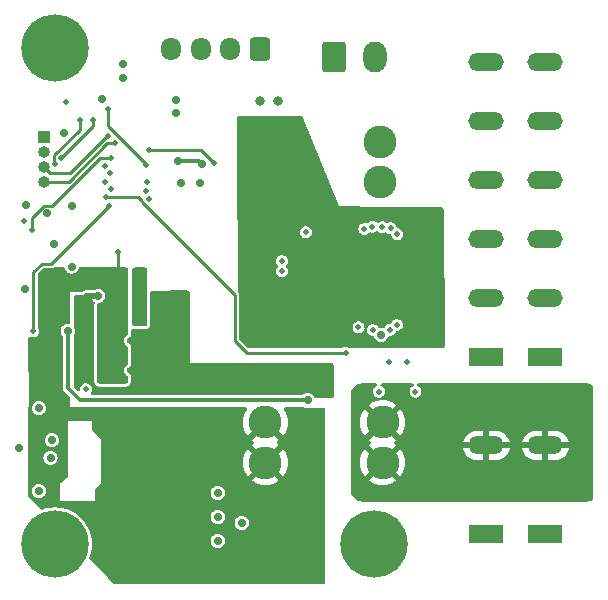
<source format=gbr>
%TF.GenerationSoftware,KiCad,Pcbnew,8.0.3*%
%TF.CreationDate,2024-06-13T00:54:22+02:00*%
%TF.ProjectId,pwm-ctrl,70776d2d-6374-4726-9c2e-6b696361645f,1*%
%TF.SameCoordinates,Original*%
%TF.FileFunction,Copper,L4,Bot*%
%TF.FilePolarity,Positive*%
%FSLAX46Y46*%
G04 Gerber Fmt 4.6, Leading zero omitted, Abs format (unit mm)*
G04 Created by KiCad (PCBNEW 8.0.3) date 2024-06-13 00:54:22*
%MOMM*%
%LPD*%
G01*
G04 APERTURE LIST*
G04 Aperture macros list*
%AMRoundRect*
0 Rectangle with rounded corners*
0 $1 Rounding radius*
0 $2 $3 $4 $5 $6 $7 $8 $9 X,Y pos of 4 corners*
0 Add a 4 corners polygon primitive as box body*
4,1,4,$2,$3,$4,$5,$6,$7,$8,$9,$2,$3,0*
0 Add four circle primitives for the rounded corners*
1,1,$1+$1,$2,$3*
1,1,$1+$1,$4,$5*
1,1,$1+$1,$6,$7*
1,1,$1+$1,$8,$9*
0 Add four rect primitives between the rounded corners*
20,1,$1+$1,$2,$3,$4,$5,0*
20,1,$1+$1,$4,$5,$6,$7,0*
20,1,$1+$1,$6,$7,$8,$9,0*
20,1,$1+$1,$8,$9,$2,$3,0*%
G04 Aperture macros list end*
%TA.AperFunction,EtchedComponent*%
%ADD10C,0.000000*%
%TD*%
%TA.AperFunction,ComponentPad*%
%ADD11C,3.600000*%
%TD*%
%TA.AperFunction,ConnectorPad*%
%ADD12C,5.700000*%
%TD*%
%TA.AperFunction,ComponentPad*%
%ADD13RoundRect,0.250000X0.600000X0.725000X-0.600000X0.725000X-0.600000X-0.725000X0.600000X-0.725000X0*%
%TD*%
%TA.AperFunction,ComponentPad*%
%ADD14O,1.700000X1.950000*%
%TD*%
%TA.AperFunction,ComponentPad*%
%ADD15C,2.780000*%
%TD*%
%TA.AperFunction,ComponentPad*%
%ADD16R,3.000000X1.500000*%
%TD*%
%TA.AperFunction,ComponentPad*%
%ADD17O,3.000000X1.500000*%
%TD*%
%TA.AperFunction,ComponentPad*%
%ADD18R,1.000000X1.000000*%
%TD*%
%TA.AperFunction,ComponentPad*%
%ADD19O,1.000000X1.000000*%
%TD*%
%TA.AperFunction,HeatsinkPad*%
%ADD20C,0.600000*%
%TD*%
%TA.AperFunction,HeatsinkPad*%
%ADD21R,4.200000X1.800000*%
%TD*%
%TA.AperFunction,ComponentPad*%
%ADD22RoundRect,0.250000X-0.750000X-1.050000X0.750000X-1.050000X0.750000X1.050000X-0.750000X1.050000X0*%
%TD*%
%TA.AperFunction,ComponentPad*%
%ADD23O,2.000000X2.600000*%
%TD*%
%TA.AperFunction,SMDPad,CuDef*%
%ADD24C,0.500000*%
%TD*%
%TA.AperFunction,ViaPad*%
%ADD25C,0.700000*%
%TD*%
%TA.AperFunction,ViaPad*%
%ADD26C,0.500000*%
%TD*%
%TA.AperFunction,ViaPad*%
%ADD27C,0.800000*%
%TD*%
%TA.AperFunction,Conductor*%
%ADD28C,0.350000*%
%TD*%
%TA.AperFunction,Conductor*%
%ADD29C,0.250000*%
%TD*%
G04 APERTURE END LIST*
D10*
%TA.AperFunction,EtchedComponent*%
%TO.C,NT1*%
G36*
X164642800Y-126843600D02*
G01*
X163642800Y-126843600D01*
X163642800Y-126343600D01*
X164642800Y-126343600D01*
X164642800Y-126843600D01*
G37*
%TD.AperFunction*%
%TD*%
D11*
%TO.P,H1,1,1*%
%TO.N,GNDPWR*%
X161000000Y-105600000D03*
D12*
X161000000Y-105600000D03*
%TD*%
D13*
%TO.P,J1,1,Pin_1*%
%TO.N,Net-(J1-Pin_1)*%
X178300000Y-105700000D03*
D14*
%TO.P,J1,2,Pin_2*%
%TO.N,GNDPWR*%
X175800000Y-105700000D03*
%TO.P,J1,3,Pin_3*%
%TO.N,/SCL*%
X173300000Y-105700000D03*
%TO.P,J1,4,Pin_4*%
%TO.N,/SDA*%
X170800000Y-105700000D03*
%TD*%
D15*
%TO.P,F3,1*%
%TO.N,VBAT*%
X188710000Y-140700000D03*
X188710000Y-137300000D03*
%TO.P,F3,2*%
%TO.N,VBAT_Fused*%
X178790000Y-140700000D03*
X178790000Y-137300000D03*
%TD*%
D16*
%TO.P,J4,1,Pin_1*%
%TO.N,/OUT0*%
X197500000Y-131750000D03*
X202500000Y-131750000D03*
D17*
%TO.P,J4,2,Pin_2*%
%TO.N,/OUT1*%
X197500000Y-126750000D03*
X202500000Y-126750000D03*
%TO.P,J4,3,Pin_3*%
%TO.N,/OUT2*%
X197500000Y-121750000D03*
X202500000Y-121750000D03*
%TO.P,J4,4,Pin_4*%
%TO.N,/OUT3*%
X197500000Y-116750000D03*
X202500000Y-116750000D03*
%TO.P,J4,5,Pin_5*%
%TO.N,GNDPWR*%
X197500000Y-111750000D03*
X202500000Y-111750000D03*
%TO.P,J4,6,Pin_6*%
%TO.N,VH_Fused*%
X197500000Y-106750000D03*
X202500000Y-106750000D03*
%TD*%
D16*
%TO.P,J5,1,Pin_1*%
%TO.N,GNDPWR*%
X197500000Y-146750000D03*
X202500000Y-146750000D03*
D17*
%TO.P,J5,2,Pin_2*%
%TO.N,VBAT*%
X197500000Y-139250000D03*
X202500000Y-139250000D03*
%TD*%
D18*
%TO.P,J3,1,Pin_1*%
%TO.N,GNDPWR*%
X160020000Y-113130000D03*
D19*
%TO.P,J3,2,Pin_2*%
%TO.N,/~{RST}*%
X160020000Y-114400000D03*
%TO.P,J3,3,Pin_3*%
%TO.N,/SWCLK*%
X160020000Y-115670000D03*
%TO.P,J3,4,Pin_4*%
%TO.N,/SWDIO*%
X160020000Y-116940000D03*
%TD*%
D11*
%TO.P,H3,1,1*%
%TO.N,GNDPWR*%
X188000000Y-147600000D03*
D12*
X188000000Y-147600000D03*
%TD*%
D20*
%TO.P,U5,17,VCC*%
%TO.N,VH*%
X186660000Y-125775000D03*
X187860000Y-125775000D03*
X189060000Y-125775000D03*
X190260000Y-125775000D03*
D21*
X188460000Y-125175000D03*
D20*
X186660000Y-124575000D03*
X187860000Y-124575000D03*
X189060000Y-124575000D03*
X190260000Y-124575000D03*
%TD*%
D11*
%TO.P,H2,1,1*%
%TO.N,GNDPWR*%
X161000000Y-147600000D03*
D12*
X161000000Y-147600000D03*
%TD*%
D22*
%TO.P,J2,1,Pin_1*%
%TO.N,/CAN+*%
X184600000Y-106400000D03*
D23*
%TO.P,J2,2,Pin_2*%
%TO.N,/CAN-*%
X188100000Y-106400000D03*
%TD*%
D15*
%TO.P,F2,1*%
%TO.N,VH*%
X178540000Y-113550000D03*
X178540000Y-116950000D03*
%TO.P,F2,2*%
%TO.N,VH_Fused*%
X188460000Y-113550000D03*
X188460000Y-116950000D03*
%TD*%
D24*
%TO.P,NT1,1,1*%
%TO.N,GNDPWR*%
X163642800Y-126593600D03*
%TO.P,NT1,2,2*%
%TO.N,GNDA*%
X164642800Y-126593600D03*
%TD*%
D25*
%TO.N,GNDA*%
X164639881Y-126581438D03*
X162400000Y-124100000D03*
%TO.N,GNDPWR*%
X158406000Y-126043247D03*
X188601702Y-129875000D03*
X176784000Y-145796000D03*
D26*
X181610000Y-133070000D03*
D25*
X174752000Y-143256000D03*
D26*
X169635000Y-126495000D03*
X172110000Y-130970000D03*
X167310000Y-130370000D03*
X169910000Y-129870000D03*
D25*
X159600000Y-143100000D03*
D26*
X171010000Y-130970000D03*
X169635000Y-127120000D03*
X172110000Y-129870000D03*
X163510000Y-131670000D03*
X169910000Y-130970000D03*
X171010000Y-129870000D03*
D27*
X179900000Y-110100000D03*
D26*
X158395000Y-120244458D03*
X172110000Y-128770000D03*
D25*
X159600000Y-136100000D03*
X171678600Y-117017800D03*
D26*
X176910000Y-133070000D03*
X191500000Y-134700000D03*
X169635000Y-127745000D03*
D25*
X160860001Y-122221836D03*
D26*
X172110000Y-133070000D03*
D25*
X157900000Y-139500000D03*
X174752000Y-147320000D03*
D27*
X178300000Y-110100000D03*
D25*
X161734761Y-112834761D03*
X160340000Y-119570000D03*
X174752000Y-145288000D03*
X165000000Y-109900000D03*
D26*
X167310000Y-132870000D03*
X171210000Y-128970000D03*
%TO.N,/LX*%
X168110000Y-126770000D03*
X168110000Y-127970000D03*
X168110000Y-125570000D03*
X168110000Y-126170000D03*
X168110000Y-127370000D03*
D25*
%TO.N,VH*%
X162052000Y-129540000D03*
X182372000Y-135382000D03*
D26*
%TO.N,/EN*%
X165700000Y-114900000D03*
X159020000Y-121010000D03*
%TO.N,/SWDIO*%
X166065200Y-113639600D03*
%TO.N,/CH2*%
X189921312Y-129050000D03*
X165600000Y-116200000D03*
%TO.N,/SCL*%
X164200000Y-111700000D03*
X161508000Y-114900000D03*
%TO.N,/CH4*%
X180200000Y-124500000D03*
X165700000Y-117500000D03*
X182225000Y-121200000D03*
X187857457Y-120725000D03*
%TO.N,/CH1*%
X165200000Y-115600000D03*
X187885215Y-129474514D03*
%TO.N,/SDA*%
X161000000Y-115400000D03*
X163087500Y-111700000D03*
%TO.N,/CAN_RX*%
X168902760Y-114195753D03*
X174447200Y-115316000D03*
%TO.N,/SWCLK*%
X165455600Y-113030000D03*
%TO.N,/CH3*%
X165207933Y-116925000D03*
X189957572Y-121352781D03*
X180188057Y-123628059D03*
%TO.N,VDD*%
X163600000Y-134500000D03*
D25*
X162400000Y-119000000D03*
X160700000Y-138800000D03*
D26*
X161900000Y-110200000D03*
D25*
X158500000Y-118890000D03*
X171196000Y-111074200D03*
X160600000Y-140300000D03*
X166751000Y-106984800D03*
D26*
X188400000Y-134700000D03*
D25*
X171356430Y-115185057D03*
X173448161Y-115429794D03*
X173228000Y-116992400D03*
X166751000Y-108178600D03*
X171196000Y-110032800D03*
D26*
%TO.N,Net-(U5-SEn)*%
X186675000Y-129252208D03*
X189300000Y-132200000D03*
%TO.N,/BATT_VOLTAGE*%
X168700000Y-115500000D03*
X159131000Y-129600000D03*
X165500000Y-110800000D03*
X165575000Y-118949121D03*
%TO.N,/SEL0*%
X189412195Y-120868645D03*
X168945209Y-118384400D03*
%TO.N,/SENSE*%
X185600000Y-131400000D03*
X165300000Y-118200000D03*
%TO.N,/SEL1*%
X187161972Y-120921977D03*
X168725000Y-117667454D03*
%TO.N,VBAT_Fused*%
X166810000Y-127370000D03*
X166810000Y-125570000D03*
X166810002Y-129145000D03*
D25*
X161290000Y-134620000D03*
D26*
X166210000Y-126770000D03*
X164910000Y-129170000D03*
X166210000Y-126170000D03*
X166810000Y-127970000D03*
X166210000Y-127370000D03*
X166210000Y-125570000D03*
X166310000Y-122870000D03*
D25*
X160909000Y-133476998D03*
D26*
X166810000Y-126170000D03*
X166810000Y-126770000D03*
X166210000Y-127970000D03*
X165910000Y-129170000D03*
%TO.N,Net-(U5-CS)*%
X188673477Y-120774239D03*
X190800000Y-132200000D03*
%TO.N,/FRST*%
X189346312Y-129465049D03*
X168808749Y-116922142D03*
%TD*%
D28*
%TO.N,VH*%
X163068000Y-135382000D02*
X182372000Y-135382000D01*
X162052000Y-129540000D02*
X162052000Y-134366000D01*
X162052000Y-134366000D02*
X163068000Y-135382000D01*
D29*
%TO.N,/EN*%
X160755000Y-118945000D02*
X160081116Y-118945000D01*
X159020000Y-120006116D02*
X159020000Y-121010000D01*
X165700000Y-114900000D02*
X164800000Y-114900000D01*
X160081116Y-118945000D02*
X159020000Y-120006116D01*
X164800000Y-114900000D02*
X160755000Y-118945000D01*
%TO.N,/SWDIO*%
X162123604Y-116940000D02*
X165424004Y-113639600D01*
X165424004Y-113639600D02*
X166065200Y-113639600D01*
X160020000Y-116940000D02*
X162123604Y-116940000D01*
%TO.N,/SCL*%
X164200000Y-112208000D02*
X164200000Y-111700000D01*
X161508000Y-114900000D02*
X164200000Y-112208000D01*
%TO.N,/SDA*%
X160933000Y-115333000D02*
X160933000Y-114661827D01*
X161000000Y-115400000D02*
X160933000Y-115333000D01*
X163100000Y-112500000D02*
X163100000Y-111712500D01*
X160933000Y-114661827D02*
X163094827Y-112500000D01*
X163100000Y-111712500D02*
X163087500Y-111700000D01*
X163094827Y-112500000D02*
X163100000Y-112500000D01*
%TO.N,/CAN_RX*%
X168902760Y-114195753D02*
X173326953Y-114195753D01*
X173326953Y-114195753D02*
X174447200Y-115316000D01*
%TO.N,/SWCLK*%
X162257209Y-116169999D02*
X165397208Y-113030000D01*
X160519999Y-116169999D02*
X162257209Y-116169999D01*
X160020000Y-115670000D02*
X160519999Y-116169999D01*
X165397208Y-113030000D02*
X165455600Y-113030000D01*
D28*
%TO.N,VDD*%
X173448161Y-115429794D02*
X173203424Y-115185057D01*
X173203424Y-115185057D02*
X171356430Y-115185057D01*
D29*
%TO.N,/BATT_VOLTAGE*%
X165500000Y-110800000D02*
X165500000Y-112200000D01*
X168700000Y-115400000D02*
X168700000Y-115500000D01*
X159850000Y-123850000D02*
X160674121Y-123850000D01*
X165500000Y-112200000D02*
X168700000Y-115400000D01*
X159131000Y-129600000D02*
X159131000Y-124569000D01*
X160674121Y-123850000D02*
X165575000Y-118949121D01*
X159131000Y-124569000D02*
X159850000Y-123850000D01*
%TO.N,/SENSE*%
X176200000Y-126523075D02*
X176200000Y-130400000D01*
X177200000Y-131400000D02*
X185600000Y-131400000D01*
X168320209Y-118643284D02*
X176200000Y-126523075D01*
X167986828Y-118200000D02*
X168320209Y-118533381D01*
X168320209Y-118533381D02*
X168320209Y-118643284D01*
X176200000Y-130400000D02*
X177200000Y-131400000D01*
X165300000Y-118200000D02*
X167986828Y-118200000D01*
%TO.N,VBAT_Fused*%
X166310000Y-125470000D02*
X166210000Y-125570000D01*
X166310000Y-122870000D02*
X166310000Y-125470000D01*
%TD*%
%TA.AperFunction,Conductor*%
%TO.N,GNDPWR*%
G36*
X172171031Y-126123335D02*
G01*
X172230718Y-126134994D01*
X172275580Y-126153421D01*
X172315833Y-126180174D01*
X172350195Y-126214400D01*
X172377106Y-126254546D01*
X172395711Y-126299339D01*
X172407605Y-126358981D01*
X172410000Y-126383232D01*
X172410000Y-132270000D01*
X184347789Y-132270000D01*
X184371980Y-132272383D01*
X184431480Y-132284218D01*
X184476175Y-132302730D01*
X184516272Y-132329522D01*
X184550477Y-132363727D01*
X184577267Y-132403822D01*
X184595781Y-132448517D01*
X184607617Y-132508022D01*
X184610000Y-132532210D01*
X184610000Y-135008238D01*
X184607623Y-135032403D01*
X184595813Y-135091843D01*
X184577337Y-135136501D01*
X184550603Y-135176568D01*
X184516460Y-135210771D01*
X184476445Y-135237572D01*
X184431820Y-135256126D01*
X184413964Y-135259706D01*
X184372398Y-135268040D01*
X184348247Y-135270459D01*
X183059783Y-135272724D01*
X182992711Y-135253158D01*
X182946863Y-135200435D01*
X182945016Y-135196200D01*
X182896536Y-135079159D01*
X182800282Y-134953718D01*
X182674841Y-134857464D01*
X182528762Y-134796956D01*
X182528760Y-134796955D01*
X182372001Y-134776318D01*
X182371999Y-134776318D01*
X182215239Y-134796955D01*
X182215237Y-134796956D01*
X182069157Y-134857464D01*
X181973485Y-134930876D01*
X181908315Y-134956070D01*
X181897999Y-134956500D01*
X164134693Y-134956500D01*
X164067654Y-134936815D01*
X164021899Y-134884011D01*
X164011955Y-134814853D01*
X164021899Y-134780988D01*
X164085165Y-134642456D01*
X164088388Y-134620037D01*
X164105647Y-134500000D01*
X164085165Y-134357543D01*
X164025377Y-134226627D01*
X163931128Y-134117857D01*
X163810053Y-134040047D01*
X163810051Y-134040046D01*
X163810049Y-134040045D01*
X163810050Y-134040045D01*
X163671963Y-133999500D01*
X163671961Y-133999500D01*
X163528039Y-133999500D01*
X163528036Y-133999500D01*
X163389949Y-134040045D01*
X163268873Y-134117856D01*
X163174623Y-134226626D01*
X163174622Y-134226628D01*
X163114834Y-134357543D01*
X163094353Y-134500000D01*
X163094353Y-134507243D01*
X163074668Y-134574282D01*
X163021864Y-134620037D01*
X162952706Y-134629981D01*
X162889150Y-134600956D01*
X162882672Y-134594924D01*
X162606319Y-134318571D01*
X162572834Y-134257248D01*
X162570000Y-134230890D01*
X162570000Y-129883284D01*
X162579438Y-129835833D01*
X162637044Y-129696762D01*
X162657123Y-129544249D01*
X162657682Y-129540001D01*
X162657682Y-129539998D01*
X162640090Y-129406372D01*
X162637044Y-129383238D01*
X162613500Y-129326398D01*
X162579439Y-129244166D01*
X162570000Y-129196714D01*
X162570000Y-126677000D01*
X162589685Y-126609961D01*
X162642489Y-126564206D01*
X162694000Y-126553000D01*
X163180487Y-126553000D01*
X163216849Y-126550399D01*
X163251784Y-126545376D01*
X163260790Y-126543917D01*
X163353558Y-126507416D01*
X163412334Y-126469642D01*
X163467290Y-126422023D01*
X163469027Y-126420017D01*
X163495705Y-126396897D01*
X163524982Y-126378082D01*
X163557084Y-126363423D01*
X163593859Y-126352625D01*
X163622709Y-126347751D01*
X163630497Y-126347369D01*
X163654689Y-126344986D01*
X163654987Y-126344941D01*
X163655142Y-126344930D01*
X163656173Y-126344803D01*
X163656177Y-126344839D01*
X163656205Y-126344837D01*
X163656206Y-126344851D01*
X163673178Y-126343600D01*
X163924116Y-126343600D01*
X163991155Y-126363285D01*
X164036910Y-126416089D01*
X164047055Y-126483785D01*
X164034199Y-126581436D01*
X164034199Y-126581439D01*
X164054836Y-126738198D01*
X164054837Y-126738200D01*
X164115345Y-126884279D01*
X164211599Y-127009720D01*
X164211600Y-127009721D01*
X164284176Y-127065410D01*
X164325379Y-127121838D01*
X164329534Y-127191584D01*
X164327550Y-127199117D01*
X164317527Y-127232834D01*
X164317525Y-127232844D01*
X164306934Y-127304795D01*
X164285378Y-133762556D01*
X164285378Y-133762567D01*
X164286530Y-133787682D01*
X164288843Y-133811926D01*
X164288846Y-133811952D01*
X164292448Y-133836750D01*
X164292452Y-133836773D01*
X164304140Y-133896446D01*
X164304141Y-133896450D01*
X164318582Y-133944525D01*
X164337022Y-133989357D01*
X164337024Y-133989363D01*
X164337603Y-133990452D01*
X164360583Y-134033681D01*
X164387339Y-134073905D01*
X164387344Y-134073911D01*
X164387346Y-134073914D01*
X164387348Y-134073918D01*
X164419105Y-134112762D01*
X164453331Y-134147104D01*
X164492081Y-134178999D01*
X164492088Y-134179004D01*
X164532221Y-134205893D01*
X164532234Y-134205900D01*
X164570916Y-134226628D01*
X164576465Y-134229601D01*
X164621242Y-134248192D01*
X164621244Y-134248192D01*
X164621245Y-134248193D01*
X164621251Y-134248195D01*
X164669255Y-134262789D01*
X164669265Y-134262792D01*
X164716536Y-134272215D01*
X164716536Y-134272214D01*
X164728869Y-134274674D01*
X164728880Y-134274675D01*
X164730336Y-134274966D01*
X164730366Y-134274971D01*
X164753476Y-134279578D01*
X164764947Y-134279478D01*
X164777975Y-134280764D01*
X164803074Y-134282000D01*
X164803092Y-134282000D01*
X166897776Y-134282000D01*
X166897789Y-134282000D01*
X166922839Y-134280769D01*
X166922848Y-134280768D01*
X166922850Y-134280768D01*
X166922850Y-134280767D01*
X166947028Y-134278386D01*
X166971827Y-134274707D01*
X166997706Y-134269559D01*
X166997705Y-134269558D01*
X167023537Y-134264420D01*
X167031325Y-134262872D01*
X167031326Y-134262871D01*
X167034304Y-134262279D01*
X167034310Y-134262278D01*
X167051347Y-134258889D01*
X167059957Y-134254186D01*
X167079257Y-134248332D01*
X167123954Y-134229818D01*
X167168133Y-134206203D01*
X167173925Y-134202333D01*
X167208219Y-134179418D01*
X167246932Y-134147647D01*
X167281144Y-134113436D01*
X167312804Y-134074892D01*
X167312809Y-134074885D01*
X167312921Y-134074718D01*
X167313034Y-134074548D01*
X167313253Y-134074222D01*
X167316922Y-134068729D01*
X167339712Y-134034620D01*
X167363316Y-133990459D01*
X167381831Y-133945762D01*
X167396371Y-133897830D01*
X167408207Y-133838330D01*
X167408210Y-133838312D01*
X167408213Y-133838295D01*
X167411884Y-133813540D01*
X167411887Y-133813514D01*
X167412041Y-133811952D01*
X167414269Y-133789334D01*
X167415500Y-133764289D01*
X167415500Y-133436256D01*
X167409661Y-133381944D01*
X167398455Y-133330432D01*
X167391219Y-133304057D01*
X167391216Y-133304051D01*
X167341894Y-133217436D01*
X167341890Y-133217431D01*
X167341888Y-133217427D01*
X167296133Y-133164623D01*
X167241167Y-133116996D01*
X167241162Y-133116992D01*
X167241160Y-133116991D01*
X167238080Y-133115012D01*
X167238073Y-133115007D01*
X167162909Y-133066702D01*
X167136233Y-133043588D01*
X167113445Y-133017288D01*
X167094367Y-132987601D01*
X167079913Y-132955953D01*
X167069969Y-132922091D01*
X167065016Y-132887638D01*
X167065016Y-132852359D01*
X167069969Y-132817904D01*
X167079913Y-132784043D01*
X167094365Y-132752399D01*
X167113440Y-132722714D01*
X167136238Y-132696404D01*
X167162902Y-132673300D01*
X167241172Y-132623001D01*
X167283707Y-132588723D01*
X167320983Y-132551446D01*
X167339257Y-132531103D01*
X167385465Y-132442768D01*
X167405150Y-132375729D01*
X167415500Y-132303744D01*
X167415500Y-130936256D01*
X167409661Y-130881944D01*
X167398455Y-130830432D01*
X167391219Y-130804057D01*
X167379242Y-130783024D01*
X167341894Y-130717436D01*
X167341890Y-130717431D01*
X167341888Y-130717427D01*
X167296133Y-130664623D01*
X167241167Y-130616996D01*
X167241162Y-130616992D01*
X167241160Y-130616991D01*
X167238080Y-130615012D01*
X167238073Y-130615007D01*
X167162909Y-130566702D01*
X167136233Y-130543588D01*
X167113445Y-130517288D01*
X167094367Y-130487601D01*
X167079913Y-130455953D01*
X167069969Y-130422091D01*
X167065016Y-130387638D01*
X167065016Y-130352359D01*
X167069969Y-130317904D01*
X167079913Y-130284043D01*
X167094365Y-130252399D01*
X167113440Y-130222714D01*
X167136238Y-130196404D01*
X167162902Y-130173300D01*
X167241172Y-130123001D01*
X167283707Y-130088723D01*
X167320983Y-130051446D01*
X167339257Y-130031103D01*
X167385465Y-129942768D01*
X167405150Y-129875729D01*
X167415500Y-129803744D01*
X167415500Y-129504824D01*
X167435185Y-129437785D01*
X167487989Y-129392030D01*
X167557147Y-129382086D01*
X167586954Y-129390263D01*
X167590741Y-129391832D01*
X167638670Y-129406371D01*
X167683341Y-129415257D01*
X167683345Y-129415258D01*
X167698176Y-129418208D01*
X167698180Y-129418208D01*
X167698198Y-129418212D01*
X167722972Y-129421886D01*
X167726354Y-129422219D01*
X167747164Y-129424269D01*
X167772211Y-129425500D01*
X167772224Y-129425500D01*
X168542776Y-129425500D01*
X168542789Y-129425500D01*
X168567839Y-129424269D01*
X168567848Y-129424268D01*
X168567850Y-129424268D01*
X168567850Y-129424267D01*
X168592028Y-129421886D01*
X168616827Y-129418207D01*
X168642706Y-129413059D01*
X168642705Y-129413058D01*
X168668537Y-129407920D01*
X168676325Y-129406372D01*
X168676326Y-129406371D01*
X168679304Y-129405779D01*
X168679310Y-129405778D01*
X168696347Y-129402389D01*
X168704957Y-129397686D01*
X168724257Y-129391832D01*
X168768954Y-129373318D01*
X168813133Y-129349703D01*
X168818925Y-129345833D01*
X168853219Y-129322918D01*
X168891932Y-129291147D01*
X168926144Y-129256936D01*
X168957923Y-129218214D01*
X168984709Y-129178125D01*
X169008318Y-129133954D01*
X169026832Y-129089257D01*
X169041371Y-129041330D01*
X169053207Y-128981830D01*
X169053210Y-128981812D01*
X169053211Y-128981808D01*
X169056884Y-128957040D01*
X169056887Y-128957014D01*
X169059269Y-128932834D01*
X169060500Y-128907789D01*
X169060500Y-126256701D01*
X169080185Y-126189662D01*
X169132989Y-126143907D01*
X169184007Y-126132702D01*
X172146773Y-126121036D01*
X172171031Y-126123335D01*
G37*
%TD.AperFunction*%
%TD*%
%TA.AperFunction,Conductor*%
%TO.N,/LX*%
G36*
X168566980Y-124172383D02*
G01*
X168626480Y-124184218D01*
X168671175Y-124202730D01*
X168711272Y-124229522D01*
X168745477Y-124263727D01*
X168772267Y-124303822D01*
X168790781Y-124348517D01*
X168794542Y-124367427D01*
X168802617Y-124408019D01*
X168805000Y-124432210D01*
X168805000Y-128907789D01*
X168802617Y-128931982D01*
X168790781Y-128991482D01*
X168772267Y-129036179D01*
X168745481Y-129076268D01*
X168711269Y-129110479D01*
X168676975Y-129133394D01*
X168671179Y-129137267D01*
X168626482Y-129155781D01*
X168592857Y-129162469D01*
X168566978Y-129167617D01*
X168542789Y-129170000D01*
X167772211Y-129170000D01*
X167748020Y-129167617D01*
X167733189Y-129164667D01*
X167688518Y-129155781D01*
X167643822Y-129137267D01*
X167603727Y-129110477D01*
X167569522Y-129076272D01*
X167542730Y-129036175D01*
X167524218Y-128991480D01*
X167512383Y-128931980D01*
X167510000Y-128907789D01*
X167510000Y-124432210D01*
X167512383Y-124408019D01*
X167524218Y-124348517D01*
X167542729Y-124303826D01*
X167569524Y-124263724D01*
X167603724Y-124229524D01*
X167643826Y-124202729D01*
X167688514Y-124184219D01*
X167748028Y-124172381D01*
X167772211Y-124170000D01*
X168542789Y-124170000D01*
X168566980Y-124172383D01*
G37*
%TD.AperFunction*%
%TD*%
%TA.AperFunction,Conductor*%
%TO.N,VBAT_Fused*%
G36*
X161756101Y-124146185D02*
G01*
X161801856Y-124198989D01*
X161812001Y-124234315D01*
X161814955Y-124256760D01*
X161814956Y-124256762D01*
X161832316Y-124298674D01*
X161875464Y-124402841D01*
X161971718Y-124528282D01*
X162097159Y-124624536D01*
X162243238Y-124685044D01*
X162321619Y-124695363D01*
X162399999Y-124705682D01*
X162400000Y-124705682D01*
X162400001Y-124705682D01*
X162452254Y-124698802D01*
X162556762Y-124685044D01*
X162702841Y-124624536D01*
X162828282Y-124528282D01*
X162924536Y-124402841D01*
X162985044Y-124256762D01*
X162987999Y-124234314D01*
X163016265Y-124170418D01*
X163074590Y-124131947D01*
X163110938Y-124126500D01*
X166897789Y-124126500D01*
X166921980Y-124128883D01*
X166981480Y-124140718D01*
X167026175Y-124159230D01*
X167066272Y-124186022D01*
X167100477Y-124220227D01*
X167127267Y-124260322D01*
X167145781Y-124305017D01*
X167157617Y-124364522D01*
X167160000Y-124388710D01*
X167160000Y-129803744D01*
X167140315Y-129870783D01*
X167103039Y-129908060D01*
X166978873Y-129987856D01*
X166884623Y-130096626D01*
X166884622Y-130096628D01*
X166824834Y-130227543D01*
X166804353Y-130370000D01*
X166824834Y-130512456D01*
X166884622Y-130643371D01*
X166884623Y-130643373D01*
X166978872Y-130752143D01*
X167099947Y-130829953D01*
X167103039Y-130831940D01*
X167148794Y-130884744D01*
X167160000Y-130936256D01*
X167160000Y-132303744D01*
X167140315Y-132370783D01*
X167103039Y-132408060D01*
X166978873Y-132487856D01*
X166884623Y-132596626D01*
X166884622Y-132596628D01*
X166824834Y-132727543D01*
X166804353Y-132870000D01*
X166824834Y-133012456D01*
X166884622Y-133143371D01*
X166884623Y-133143373D01*
X166978872Y-133252143D01*
X167099947Y-133329953D01*
X167103039Y-133331940D01*
X167148794Y-133384744D01*
X167160000Y-133436256D01*
X167160000Y-133764289D01*
X167157617Y-133788482D01*
X167145781Y-133847982D01*
X167127266Y-133892679D01*
X167100728Y-133932399D01*
X167100481Y-133932768D01*
X167066269Y-133966979D01*
X167031975Y-133989894D01*
X167026179Y-133993767D01*
X166981482Y-134012281D01*
X166947857Y-134018969D01*
X166921978Y-134024117D01*
X166897789Y-134026500D01*
X164803074Y-134026500D01*
X164778832Y-134024107D01*
X164766485Y-134021645D01*
X164719214Y-134012222D01*
X164674437Y-133993631D01*
X164634299Y-133966739D01*
X164600074Y-133932399D01*
X164573318Y-133892175D01*
X164554876Y-133847335D01*
X164543189Y-133787671D01*
X164540877Y-133763429D01*
X164562434Y-127305643D01*
X164582342Y-127238674D01*
X164635298Y-127193095D01*
X164670247Y-127183122D01*
X164796643Y-127166482D01*
X164942722Y-127105974D01*
X165068163Y-127009720D01*
X165164417Y-126884279D01*
X165224925Y-126738200D01*
X165245563Y-126581438D01*
X165243765Y-126567783D01*
X165224925Y-126424677D01*
X165224925Y-126424676D01*
X165164417Y-126278597D01*
X165068163Y-126153156D01*
X164942722Y-126056902D01*
X164796643Y-125996394D01*
X164796641Y-125996393D01*
X164639882Y-125975756D01*
X164639880Y-125975756D01*
X164483120Y-125996393D01*
X164483115Y-125996395D01*
X164337044Y-126056899D01*
X164337038Y-126056902D01*
X164329777Y-126062475D01*
X164264608Y-126087670D01*
X164254290Y-126088100D01*
X163642799Y-126088100D01*
X163629643Y-126090717D01*
X163605451Y-126093100D01*
X163570836Y-126093100D01*
X163432749Y-126133645D01*
X163311673Y-126211456D01*
X163311672Y-126211456D01*
X163311672Y-126211457D01*
X163274198Y-126254703D01*
X163215422Y-126292477D01*
X163180487Y-126297500D01*
X162499491Y-126297500D01*
X162499487Y-126297500D01*
X162249429Y-126297500D01*
X162249564Y-126884277D01*
X162250009Y-128818963D01*
X162230340Y-128886007D01*
X162177546Y-128931774D01*
X162109825Y-128941930D01*
X162052003Y-128934318D01*
X162051999Y-128934318D01*
X161895239Y-128954955D01*
X161895237Y-128954956D01*
X161749160Y-129015463D01*
X161623718Y-129111718D01*
X161527463Y-129237160D01*
X161466956Y-129383237D01*
X161466955Y-129383239D01*
X161446318Y-129539998D01*
X161446318Y-129540001D01*
X161466955Y-129696760D01*
X161466956Y-129696762D01*
X161485883Y-129742457D01*
X161527464Y-129842841D01*
X161600877Y-129938515D01*
X161626070Y-130003681D01*
X161626500Y-130013999D01*
X161626500Y-134309982D01*
X161626500Y-134422018D01*
X161655497Y-134530237D01*
X161711515Y-134627263D01*
X161711517Y-134627265D01*
X162215163Y-135130911D01*
X162248648Y-135192234D01*
X162251482Y-135218563D01*
X162251606Y-135756125D01*
X162251606Y-135756129D01*
X162251607Y-135756134D01*
X162251930Y-137160000D01*
X162052000Y-137160000D01*
X162052000Y-137462500D01*
X158744258Y-137462500D01*
X158739763Y-136099998D01*
X158994318Y-136099998D01*
X158994318Y-136100001D01*
X159014955Y-136256760D01*
X159014956Y-136256762D01*
X159075464Y-136402841D01*
X159171718Y-136528282D01*
X159297159Y-136624536D01*
X159443238Y-136685044D01*
X159521619Y-136695363D01*
X159599999Y-136705682D01*
X159600000Y-136705682D01*
X159600001Y-136705682D01*
X159652254Y-136698802D01*
X159756762Y-136685044D01*
X159902841Y-136624536D01*
X160028282Y-136528282D01*
X160124536Y-136402841D01*
X160185044Y-136256762D01*
X160205682Y-136100000D01*
X160185044Y-135943238D01*
X160124536Y-135797159D01*
X160028282Y-135671718D01*
X159902841Y-135575464D01*
X159756762Y-135514956D01*
X159756760Y-135514955D01*
X159600001Y-135494318D01*
X159599999Y-135494318D01*
X159443239Y-135514955D01*
X159443237Y-135514956D01*
X159297160Y-135575463D01*
X159171718Y-135671718D01*
X159075463Y-135797160D01*
X159014956Y-135943237D01*
X159014955Y-135943239D01*
X158994318Y-136099998D01*
X158739763Y-136099998D01*
X158739211Y-135932733D01*
X158720159Y-130158409D01*
X158739622Y-130091308D01*
X158792275Y-130045379D01*
X158861400Y-130035208D01*
X158911197Y-130053687D01*
X158920949Y-130059954D01*
X159059036Y-130100499D01*
X159059038Y-130100500D01*
X159059039Y-130100500D01*
X159202962Y-130100500D01*
X159202962Y-130100499D01*
X159341053Y-130059953D01*
X159462128Y-129982143D01*
X159556377Y-129873373D01*
X159616165Y-129742457D01*
X159636647Y-129600000D01*
X159616165Y-129457543D01*
X159556377Y-129326627D01*
X159536785Y-129304016D01*
X159507762Y-129240460D01*
X159506500Y-129222815D01*
X159506500Y-124775899D01*
X159526185Y-124708860D01*
X159542819Y-124688218D01*
X159969218Y-124261819D01*
X160030541Y-124228334D01*
X160056899Y-124225500D01*
X160723555Y-124225500D01*
X160723557Y-124225500D01*
X160796170Y-124206043D01*
X160819059Y-124199910D01*
X160904683Y-124150475D01*
X160904684Y-124150473D01*
X160911721Y-124146411D01*
X160912741Y-124148178D01*
X160967701Y-124126930D01*
X160978019Y-124126500D01*
X161689062Y-124126500D01*
X161756101Y-124146185D01*
G37*
%TD.AperFunction*%
%TD*%
%TA.AperFunction,Conductor*%
%TO.N,VBAT_Fused*%
G36*
X158744258Y-137462500D02*
G01*
X162052000Y-137462500D01*
X162052000Y-141924777D01*
X162032315Y-141991816D01*
X162003393Y-142023224D01*
X161480595Y-142423595D01*
X161420000Y-142470000D01*
X161420000Y-143930000D01*
X164379999Y-143930000D01*
X164380000Y-143930000D01*
X164349496Y-143255998D01*
X174146318Y-143255998D01*
X174146318Y-143256001D01*
X174166955Y-143412760D01*
X174166956Y-143412762D01*
X174214805Y-143528281D01*
X174227464Y-143558841D01*
X174323718Y-143684282D01*
X174449159Y-143780536D01*
X174595238Y-143841044D01*
X174673619Y-143851363D01*
X174751999Y-143861682D01*
X174752000Y-143861682D01*
X174752001Y-143861682D01*
X174804254Y-143854802D01*
X174908762Y-143841044D01*
X175054841Y-143780536D01*
X175180282Y-143684282D01*
X175276536Y-143558841D01*
X175337044Y-143412762D01*
X175357682Y-143256000D01*
X175337044Y-143099238D01*
X175276536Y-142953159D01*
X175180282Y-142827718D01*
X175054841Y-142731464D01*
X174908762Y-142670956D01*
X174908760Y-142670955D01*
X174752001Y-142650318D01*
X174751999Y-142650318D01*
X174595239Y-142670955D01*
X174595237Y-142670956D01*
X174449160Y-142731463D01*
X174323718Y-142827718D01*
X174227463Y-142953160D01*
X174166956Y-143099237D01*
X174166955Y-143099239D01*
X174146318Y-143255998D01*
X164349496Y-143255998D01*
X164340472Y-143056621D01*
X164357105Y-142988761D01*
X164376660Y-142963339D01*
X164846000Y-142494000D01*
X164846000Y-138684000D01*
X164120319Y-137958319D01*
X164086834Y-137896996D01*
X164084000Y-137870638D01*
X164084000Y-137160000D01*
X162251930Y-137160000D01*
X162251664Y-136005679D01*
X177132804Y-136029312D01*
X177199807Y-136049102D01*
X177245478Y-136101979D01*
X177255312Y-136171153D01*
X177231870Y-136227621D01*
X177195965Y-136275584D01*
X177066406Y-136512854D01*
X177066404Y-136512858D01*
X176971924Y-136766169D01*
X176914460Y-137030329D01*
X176914459Y-137030336D01*
X176895172Y-137299998D01*
X176895172Y-137300001D01*
X176914459Y-137569663D01*
X176914460Y-137569670D01*
X176971924Y-137833830D01*
X177066404Y-138087141D01*
X177066406Y-138087145D01*
X177195965Y-138324415D01*
X177195970Y-138324423D01*
X177288464Y-138447980D01*
X177288465Y-138447981D01*
X178006732Y-137729713D01*
X178098692Y-137867342D01*
X178222658Y-137991308D01*
X178360285Y-138083266D01*
X177642017Y-138801533D01*
X177765577Y-138894029D01*
X177768158Y-138895688D01*
X177768831Y-138896465D01*
X177769125Y-138896685D01*
X177769077Y-138896748D01*
X177813909Y-138948495D01*
X177823849Y-139017654D01*
X177794820Y-139081208D01*
X177768158Y-139104312D01*
X177765570Y-139105975D01*
X177642017Y-139198464D01*
X178360285Y-139916732D01*
X178222658Y-140008692D01*
X178098692Y-140132658D01*
X178006732Y-140270285D01*
X177288464Y-139552017D01*
X177195970Y-139675576D01*
X177195965Y-139675584D01*
X177066406Y-139912854D01*
X177066404Y-139912858D01*
X176971924Y-140166169D01*
X176914460Y-140430329D01*
X176914459Y-140430336D01*
X176895172Y-140699998D01*
X176895172Y-140700001D01*
X176914459Y-140969663D01*
X176914460Y-140969670D01*
X176971924Y-141233830D01*
X177066404Y-141487141D01*
X177066406Y-141487145D01*
X177195965Y-141724415D01*
X177195970Y-141724423D01*
X177288464Y-141847980D01*
X177288465Y-141847981D01*
X178006732Y-141129714D01*
X178098692Y-141267342D01*
X178222658Y-141391308D01*
X178360285Y-141483266D01*
X177642017Y-142201533D01*
X177765583Y-142294033D01*
X177765584Y-142294034D01*
X178002854Y-142423593D01*
X178002858Y-142423595D01*
X178256169Y-142518075D01*
X178520329Y-142575539D01*
X178520336Y-142575540D01*
X178789999Y-142594828D01*
X178790001Y-142594828D01*
X179059663Y-142575540D01*
X179059670Y-142575539D01*
X179323830Y-142518075D01*
X179577141Y-142423595D01*
X179577145Y-142423593D01*
X179814424Y-142294029D01*
X179937980Y-142201534D01*
X179937981Y-142201533D01*
X179219714Y-141483267D01*
X179357342Y-141391308D01*
X179481308Y-141267342D01*
X179573267Y-141129714D01*
X180291533Y-141847981D01*
X180291534Y-141847980D01*
X180384029Y-141724424D01*
X180513593Y-141487145D01*
X180513595Y-141487141D01*
X180608075Y-141233830D01*
X180665539Y-140969670D01*
X180665540Y-140969663D01*
X180684828Y-140700001D01*
X180684828Y-140699998D01*
X180665540Y-140430336D01*
X180665539Y-140430329D01*
X180608075Y-140166169D01*
X180513595Y-139912858D01*
X180513593Y-139912854D01*
X180384034Y-139675584D01*
X180384033Y-139675583D01*
X180291533Y-139552017D01*
X179573266Y-140270284D01*
X179481308Y-140132658D01*
X179357342Y-140008692D01*
X179219714Y-139916732D01*
X179937981Y-139198465D01*
X179937980Y-139198464D01*
X179814422Y-139105969D01*
X179811849Y-139104316D01*
X179811176Y-139103539D01*
X179810876Y-139103315D01*
X179810924Y-139103249D01*
X179766093Y-139051513D01*
X179756149Y-138982355D01*
X179785173Y-138918799D01*
X179811849Y-138895684D01*
X179814414Y-138894035D01*
X179937981Y-138801533D01*
X179219714Y-138083267D01*
X179357342Y-137991308D01*
X179481308Y-137867342D01*
X179573266Y-137729714D01*
X180291533Y-138447981D01*
X180291534Y-138447980D01*
X180384029Y-138324424D01*
X180513593Y-138087145D01*
X180513595Y-138087141D01*
X180608075Y-137833830D01*
X180665539Y-137569670D01*
X180665540Y-137569663D01*
X180684828Y-137300001D01*
X180684828Y-137299998D01*
X180665540Y-137030336D01*
X180665539Y-137030329D01*
X180608075Y-136766169D01*
X180513595Y-136512858D01*
X180513593Y-136512854D01*
X180384034Y-136275584D01*
X180384033Y-136275583D01*
X180352076Y-136232893D01*
X180327659Y-136167428D01*
X180342511Y-136099155D01*
X180391916Y-136049750D01*
X180451535Y-136034583D01*
X183738698Y-136039803D01*
X183805705Y-136059594D01*
X183851376Y-136112471D01*
X183862500Y-136163803D01*
X183862500Y-150876000D01*
X183842815Y-150943039D01*
X183790011Y-150988794D01*
X183738500Y-151000000D01*
X166052222Y-151000000D01*
X165985183Y-150980315D01*
X165963512Y-150962640D01*
X165508020Y-150496266D01*
X163913798Y-148863957D01*
X163881041Y-148802246D01*
X163886848Y-148732618D01*
X163887899Y-148729990D01*
X163931121Y-148625644D01*
X164027527Y-148291013D01*
X164085859Y-147947693D01*
X164105385Y-147600000D01*
X164089660Y-147319998D01*
X174146318Y-147319998D01*
X174146318Y-147320001D01*
X174166955Y-147476760D01*
X174166956Y-147476762D01*
X174227464Y-147622841D01*
X174323718Y-147748282D01*
X174449159Y-147844536D01*
X174595238Y-147905044D01*
X174673619Y-147915363D01*
X174751999Y-147925682D01*
X174752000Y-147925682D01*
X174752001Y-147925682D01*
X174804254Y-147918802D01*
X174908762Y-147905044D01*
X175054841Y-147844536D01*
X175180282Y-147748282D01*
X175276536Y-147622841D01*
X175337044Y-147476762D01*
X175357682Y-147320000D01*
X175337044Y-147163238D01*
X175276536Y-147017159D01*
X175180282Y-146891718D01*
X175054841Y-146795464D01*
X174908762Y-146734956D01*
X174908760Y-146734955D01*
X174752001Y-146714318D01*
X174751999Y-146714318D01*
X174595239Y-146734955D01*
X174595237Y-146734956D01*
X174449160Y-146795463D01*
X174323718Y-146891718D01*
X174227463Y-147017160D01*
X174166956Y-147163237D01*
X174166955Y-147163239D01*
X174146318Y-147319998D01*
X164089660Y-147319998D01*
X164085859Y-147252307D01*
X164027527Y-146908987D01*
X163931121Y-146574356D01*
X163797855Y-146252624D01*
X163629405Y-145947836D01*
X163427888Y-145663824D01*
X163195839Y-145404161D01*
X163065853Y-145287998D01*
X174146318Y-145287998D01*
X174146318Y-145288001D01*
X174166955Y-145444760D01*
X174166956Y-145444762D01*
X174227464Y-145590841D01*
X174323718Y-145716282D01*
X174449159Y-145812536D01*
X174595238Y-145873044D01*
X174673619Y-145883363D01*
X174751999Y-145893682D01*
X174752000Y-145893682D01*
X174752001Y-145893682D01*
X174804254Y-145886802D01*
X174908762Y-145873044D01*
X175054841Y-145812536D01*
X175076394Y-145795998D01*
X176178318Y-145795998D01*
X176178318Y-145796001D01*
X176198955Y-145952760D01*
X176198956Y-145952762D01*
X176259464Y-146098841D01*
X176355718Y-146224282D01*
X176481159Y-146320536D01*
X176627238Y-146381044D01*
X176705619Y-146391363D01*
X176783999Y-146401682D01*
X176784000Y-146401682D01*
X176784001Y-146401682D01*
X176836254Y-146394802D01*
X176940762Y-146381044D01*
X177086841Y-146320536D01*
X177212282Y-146224282D01*
X177308536Y-146098841D01*
X177369044Y-145952762D01*
X177389682Y-145796000D01*
X177369044Y-145639238D01*
X177308536Y-145493159D01*
X177212282Y-145367718D01*
X177086841Y-145271464D01*
X176940762Y-145210956D01*
X176940760Y-145210955D01*
X176784001Y-145190318D01*
X176783999Y-145190318D01*
X176627239Y-145210955D01*
X176627237Y-145210956D01*
X176481160Y-145271463D01*
X176355718Y-145367718D01*
X176259463Y-145493160D01*
X176198956Y-145639237D01*
X176198955Y-145639239D01*
X176178318Y-145795998D01*
X175076394Y-145795998D01*
X175180282Y-145716282D01*
X175276536Y-145590841D01*
X175337044Y-145444762D01*
X175357682Y-145288000D01*
X175337044Y-145131238D01*
X175276536Y-144985159D01*
X175180282Y-144859718D01*
X175054841Y-144763464D01*
X174908762Y-144702956D01*
X174908760Y-144702955D01*
X174752001Y-144682318D01*
X174751999Y-144682318D01*
X174595239Y-144702955D01*
X174595237Y-144702956D01*
X174449160Y-144763463D01*
X174323718Y-144859718D01*
X174227463Y-144985160D01*
X174166956Y-145131237D01*
X174166955Y-145131239D01*
X174146318Y-145287998D01*
X163065853Y-145287998D01*
X162936176Y-145172112D01*
X162652164Y-144970595D01*
X162347376Y-144802145D01*
X162025644Y-144668879D01*
X161858328Y-144620676D01*
X161691017Y-144572474D01*
X161691009Y-144572472D01*
X161347700Y-144514142D01*
X161347688Y-144514140D01*
X161000000Y-144494615D01*
X160652311Y-144514140D01*
X160652299Y-144514142D01*
X160308990Y-144572472D01*
X160308982Y-144572474D01*
X159974355Y-144668879D01*
X159939568Y-144683288D01*
X159870099Y-144690756D01*
X159807620Y-144659480D01*
X159803407Y-144655366D01*
X159722449Y-144572474D01*
X158710290Y-143536133D01*
X158677531Y-143474419D01*
X158675000Y-143449493D01*
X158675000Y-143099998D01*
X158994318Y-143099998D01*
X158994318Y-143100001D01*
X159014955Y-143256760D01*
X159014956Y-143256762D01*
X159075464Y-143402841D01*
X159171718Y-143528282D01*
X159297159Y-143624536D01*
X159443238Y-143685044D01*
X159521619Y-143695363D01*
X159599999Y-143705682D01*
X159600000Y-143705682D01*
X159600001Y-143705682D01*
X159652254Y-143698802D01*
X159756762Y-143685044D01*
X159902841Y-143624536D01*
X160028282Y-143528282D01*
X160124536Y-143402841D01*
X160185044Y-143256762D01*
X160205682Y-143100000D01*
X160185044Y-142943238D01*
X160124536Y-142797159D01*
X160028282Y-142671718D01*
X159902841Y-142575464D01*
X159756762Y-142514956D01*
X159756760Y-142514955D01*
X159600001Y-142494318D01*
X159599999Y-142494318D01*
X159443239Y-142514955D01*
X159443237Y-142514956D01*
X159297160Y-142575463D01*
X159171718Y-142671718D01*
X159075463Y-142797160D01*
X159014956Y-142943237D01*
X159014955Y-142943239D01*
X158994318Y-143099998D01*
X158675000Y-143099998D01*
X158675000Y-140299998D01*
X159994318Y-140299998D01*
X159994318Y-140300001D01*
X160014955Y-140456760D01*
X160014956Y-140456762D01*
X160075464Y-140602841D01*
X160171718Y-140728282D01*
X160297159Y-140824536D01*
X160443238Y-140885044D01*
X160521619Y-140895363D01*
X160599999Y-140905682D01*
X160600000Y-140905682D01*
X160600001Y-140905682D01*
X160652254Y-140898802D01*
X160756762Y-140885044D01*
X160902841Y-140824536D01*
X161028282Y-140728282D01*
X161124536Y-140602841D01*
X161185044Y-140456762D01*
X161205682Y-140300000D01*
X161185044Y-140143238D01*
X161124536Y-139997159D01*
X161028282Y-139871718D01*
X160902841Y-139775464D01*
X160756762Y-139714956D01*
X160756760Y-139714955D01*
X160600001Y-139694318D01*
X160599999Y-139694318D01*
X160443239Y-139714955D01*
X160443237Y-139714956D01*
X160297160Y-139775463D01*
X160171718Y-139871718D01*
X160075463Y-139997160D01*
X160014956Y-140143237D01*
X160014955Y-140143239D01*
X159994318Y-140299998D01*
X158675000Y-140299998D01*
X158675000Y-138799998D01*
X160094318Y-138799998D01*
X160094318Y-138800001D01*
X160114955Y-138956760D01*
X160114956Y-138956762D01*
X160175464Y-139102841D01*
X160271718Y-139228282D01*
X160397159Y-139324536D01*
X160543238Y-139385044D01*
X160621619Y-139395363D01*
X160699999Y-139405682D01*
X160700000Y-139405682D01*
X160700001Y-139405682D01*
X160752254Y-139398802D01*
X160856762Y-139385044D01*
X161002841Y-139324536D01*
X161128282Y-139228282D01*
X161224536Y-139102841D01*
X161285044Y-138956762D01*
X161305682Y-138800000D01*
X161285044Y-138643238D01*
X161224536Y-138497159D01*
X161128282Y-138371718D01*
X161002841Y-138275464D01*
X160856762Y-138214956D01*
X160856760Y-138214955D01*
X160700001Y-138194318D01*
X160699999Y-138194318D01*
X160543239Y-138214955D01*
X160543237Y-138214956D01*
X160397160Y-138275463D01*
X160271718Y-138371718D01*
X160175463Y-138497160D01*
X160114956Y-138643237D01*
X160114955Y-138643239D01*
X160094318Y-138799998D01*
X158675000Y-138799998D01*
X158675000Y-136115945D01*
X158694685Y-136048906D01*
X158711244Y-136028339D01*
X158739430Y-136000102D01*
X158739433Y-136000102D01*
X158744258Y-137462500D01*
G37*
%TD.AperFunction*%
%TD*%
%TA.AperFunction,Conductor*%
%TO.N,VBAT*%
G36*
X188212596Y-134019685D02*
G01*
X188258351Y-134072489D01*
X188268295Y-134141647D01*
X188239270Y-134205203D01*
X188197071Y-134236793D01*
X188189950Y-134240045D01*
X188068873Y-134317856D01*
X187974623Y-134426626D01*
X187974622Y-134426628D01*
X187914834Y-134557543D01*
X187894353Y-134700000D01*
X187914834Y-134842456D01*
X187974622Y-134973371D01*
X187974623Y-134973373D01*
X188068872Y-135082143D01*
X188189947Y-135159953D01*
X188189950Y-135159954D01*
X188189949Y-135159954D01*
X188297107Y-135191417D01*
X188328039Y-135200500D01*
X188328043Y-135200500D01*
X188335202Y-135201530D01*
X188398758Y-135230554D01*
X188436533Y-135289332D01*
X188436533Y-135359202D01*
X188398759Y-135417980D01*
X188343914Y-135445434D01*
X188176170Y-135481924D01*
X187922858Y-135576404D01*
X187922854Y-135576406D01*
X187685584Y-135705965D01*
X187685576Y-135705970D01*
X187562017Y-135798464D01*
X188280285Y-136516732D01*
X188142658Y-136608692D01*
X188018692Y-136732658D01*
X187926732Y-136870285D01*
X187208464Y-136152017D01*
X187115970Y-136275576D01*
X187115965Y-136275584D01*
X186986406Y-136512854D01*
X186986404Y-136512858D01*
X186891924Y-136766169D01*
X186834460Y-137030329D01*
X186834459Y-137030336D01*
X186815172Y-137299998D01*
X186815172Y-137300001D01*
X186834459Y-137569663D01*
X186834460Y-137569670D01*
X186891924Y-137833830D01*
X186986404Y-138087141D01*
X186986406Y-138087145D01*
X187115965Y-138324415D01*
X187115970Y-138324423D01*
X187208464Y-138447980D01*
X187208465Y-138447981D01*
X187926732Y-137729714D01*
X188018692Y-137867342D01*
X188142658Y-137991308D01*
X188280285Y-138083266D01*
X187562017Y-138801533D01*
X187685577Y-138894029D01*
X187688158Y-138895688D01*
X187688831Y-138896465D01*
X187689125Y-138896685D01*
X187689077Y-138896748D01*
X187733909Y-138948495D01*
X187743849Y-139017654D01*
X187714820Y-139081208D01*
X187688158Y-139104312D01*
X187685570Y-139105975D01*
X187562017Y-139198464D01*
X188280285Y-139916732D01*
X188142658Y-140008692D01*
X188018692Y-140132658D01*
X187926732Y-140270285D01*
X187208464Y-139552017D01*
X187115970Y-139675576D01*
X187115965Y-139675584D01*
X186986406Y-139912854D01*
X186986404Y-139912858D01*
X186891924Y-140166169D01*
X186834460Y-140430329D01*
X186834459Y-140430336D01*
X186815172Y-140699998D01*
X186815172Y-140700001D01*
X186834459Y-140969663D01*
X186834460Y-140969670D01*
X186891924Y-141233830D01*
X186986404Y-141487141D01*
X186986406Y-141487145D01*
X187115965Y-141724415D01*
X187115970Y-141724423D01*
X187208464Y-141847980D01*
X187208465Y-141847981D01*
X187926732Y-141129714D01*
X188018692Y-141267342D01*
X188142658Y-141391308D01*
X188280285Y-141483266D01*
X187562017Y-142201533D01*
X187685583Y-142294033D01*
X187685584Y-142294034D01*
X187922854Y-142423593D01*
X187922858Y-142423595D01*
X188176169Y-142518075D01*
X188440329Y-142575539D01*
X188440336Y-142575540D01*
X188709999Y-142594828D01*
X188710001Y-142594828D01*
X188979663Y-142575540D01*
X188979670Y-142575539D01*
X189243830Y-142518075D01*
X189497141Y-142423595D01*
X189497145Y-142423593D01*
X189734424Y-142294029D01*
X189857980Y-142201534D01*
X189857981Y-142201533D01*
X189139714Y-141483267D01*
X189277342Y-141391308D01*
X189401308Y-141267342D01*
X189493267Y-141129714D01*
X190211533Y-141847981D01*
X190211534Y-141847980D01*
X190304029Y-141724424D01*
X190433593Y-141487145D01*
X190433595Y-141487141D01*
X190528075Y-141233830D01*
X190585539Y-140969670D01*
X190585540Y-140969663D01*
X190604828Y-140700001D01*
X190604828Y-140699998D01*
X190585540Y-140430336D01*
X190585539Y-140430329D01*
X190528075Y-140166169D01*
X190433595Y-139912858D01*
X190433593Y-139912854D01*
X190304034Y-139675584D01*
X190304033Y-139675583D01*
X190211533Y-139552017D01*
X189493266Y-140270284D01*
X189401308Y-140132658D01*
X189277342Y-140008692D01*
X189139714Y-139916732D01*
X189857981Y-139198465D01*
X189857980Y-139198464D01*
X189734422Y-139105969D01*
X189731849Y-139104316D01*
X189731176Y-139103539D01*
X189730876Y-139103315D01*
X189730924Y-139103249D01*
X189686093Y-139051513D01*
X189678686Y-139000000D01*
X195524016Y-139000000D01*
X196980384Y-139000000D01*
X196964185Y-139028058D01*
X196925000Y-139174300D01*
X196925000Y-139325700D01*
X196964185Y-139471942D01*
X196980384Y-139500000D01*
X195524016Y-139500000D01*
X195530781Y-139542716D01*
X195591581Y-139729837D01*
X195680904Y-139905143D01*
X195796555Y-140064321D01*
X195935678Y-140203444D01*
X196094856Y-140319095D01*
X196270164Y-140408418D01*
X196457294Y-140469221D01*
X196651618Y-140500000D01*
X197250000Y-140500000D01*
X197250000Y-139769615D01*
X197278058Y-139785815D01*
X197424300Y-139825000D01*
X197575700Y-139825000D01*
X197721942Y-139785815D01*
X197750000Y-139769615D01*
X197750000Y-140500000D01*
X198348382Y-140500000D01*
X198542705Y-140469221D01*
X198729835Y-140408418D01*
X198905143Y-140319095D01*
X199064321Y-140203444D01*
X199203444Y-140064321D01*
X199319095Y-139905143D01*
X199408418Y-139729837D01*
X199469218Y-139542716D01*
X199475984Y-139500000D01*
X198019616Y-139500000D01*
X198035815Y-139471942D01*
X198075000Y-139325700D01*
X198075000Y-139174300D01*
X198035815Y-139028058D01*
X198019616Y-139000000D01*
X199475984Y-139000000D01*
X200524016Y-139000000D01*
X201980384Y-139000000D01*
X201964185Y-139028058D01*
X201925000Y-139174300D01*
X201925000Y-139325700D01*
X201964185Y-139471942D01*
X201980384Y-139500000D01*
X200524016Y-139500000D01*
X200530781Y-139542716D01*
X200591581Y-139729837D01*
X200680904Y-139905143D01*
X200796555Y-140064321D01*
X200935678Y-140203444D01*
X201094856Y-140319095D01*
X201270164Y-140408418D01*
X201457294Y-140469221D01*
X201651618Y-140500000D01*
X202250000Y-140500000D01*
X202250000Y-139769615D01*
X202278058Y-139785815D01*
X202424300Y-139825000D01*
X202575700Y-139825000D01*
X202721942Y-139785815D01*
X202750000Y-139769615D01*
X202750000Y-140500000D01*
X203348382Y-140500000D01*
X203542705Y-140469221D01*
X203729835Y-140408418D01*
X203905143Y-140319095D01*
X204064321Y-140203444D01*
X204203444Y-140064321D01*
X204319095Y-139905143D01*
X204408418Y-139729837D01*
X204469218Y-139542716D01*
X204475984Y-139500000D01*
X203019616Y-139500000D01*
X203035815Y-139471942D01*
X203075000Y-139325700D01*
X203075000Y-139174300D01*
X203035815Y-139028058D01*
X203019616Y-139000000D01*
X204475984Y-139000000D01*
X204469218Y-138957283D01*
X204408418Y-138770162D01*
X204319095Y-138594856D01*
X204203444Y-138435678D01*
X204064321Y-138296555D01*
X203905143Y-138180904D01*
X203729835Y-138091581D01*
X203542705Y-138030778D01*
X203348382Y-138000000D01*
X202750000Y-138000000D01*
X202750000Y-138730384D01*
X202721942Y-138714185D01*
X202575700Y-138675000D01*
X202424300Y-138675000D01*
X202278058Y-138714185D01*
X202250000Y-138730384D01*
X202250000Y-138000000D01*
X201651618Y-138000000D01*
X201457294Y-138030778D01*
X201270164Y-138091581D01*
X201094856Y-138180904D01*
X200935678Y-138296555D01*
X200796555Y-138435678D01*
X200680904Y-138594856D01*
X200591581Y-138770162D01*
X200530781Y-138957283D01*
X200524016Y-139000000D01*
X199475984Y-139000000D01*
X199469218Y-138957283D01*
X199408418Y-138770162D01*
X199319095Y-138594856D01*
X199203444Y-138435678D01*
X199064321Y-138296555D01*
X198905143Y-138180904D01*
X198729835Y-138091581D01*
X198542705Y-138030778D01*
X198348382Y-138000000D01*
X197750000Y-138000000D01*
X197750000Y-138730384D01*
X197721942Y-138714185D01*
X197575700Y-138675000D01*
X197424300Y-138675000D01*
X197278058Y-138714185D01*
X197250000Y-138730384D01*
X197250000Y-138000000D01*
X196651618Y-138000000D01*
X196457294Y-138030778D01*
X196270164Y-138091581D01*
X196094856Y-138180904D01*
X195935678Y-138296555D01*
X195796555Y-138435678D01*
X195680904Y-138594856D01*
X195591581Y-138770162D01*
X195530781Y-138957283D01*
X195524016Y-139000000D01*
X189678686Y-139000000D01*
X189676149Y-138982355D01*
X189705173Y-138918799D01*
X189731849Y-138895684D01*
X189734414Y-138894035D01*
X189857981Y-138801533D01*
X189139714Y-138083267D01*
X189277342Y-137991308D01*
X189401308Y-137867342D01*
X189493267Y-137729714D01*
X190211533Y-138447981D01*
X190211534Y-138447980D01*
X190304029Y-138324424D01*
X190433593Y-138087145D01*
X190433595Y-138087141D01*
X190528075Y-137833830D01*
X190585539Y-137569670D01*
X190585540Y-137569663D01*
X190604828Y-137300001D01*
X190604828Y-137299998D01*
X190585540Y-137030336D01*
X190585539Y-137030329D01*
X190528075Y-136766169D01*
X190433595Y-136512858D01*
X190433593Y-136512854D01*
X190304034Y-136275584D01*
X190304033Y-136275583D01*
X190211533Y-136152017D01*
X189493266Y-136870284D01*
X189401308Y-136732658D01*
X189277342Y-136608692D01*
X189139714Y-136516732D01*
X189857981Y-135798465D01*
X189857980Y-135798464D01*
X189734423Y-135705970D01*
X189734415Y-135705965D01*
X189497145Y-135576406D01*
X189497141Y-135576404D01*
X189243830Y-135481924D01*
X188979670Y-135424460D01*
X188979663Y-135424459D01*
X188710001Y-135405172D01*
X188709999Y-135405172D01*
X188624231Y-135411306D01*
X188555958Y-135396454D01*
X188506553Y-135347049D01*
X188491701Y-135278776D01*
X188516118Y-135213311D01*
X188572052Y-135171440D01*
X188580438Y-135168648D01*
X188610053Y-135159953D01*
X188731128Y-135082143D01*
X188825377Y-134973373D01*
X188885165Y-134842457D01*
X188905647Y-134700000D01*
X188885165Y-134557543D01*
X188825377Y-134426627D01*
X188731128Y-134317857D01*
X188610053Y-134240047D01*
X188610051Y-134240046D01*
X188610049Y-134240045D01*
X188602929Y-134236793D01*
X188550126Y-134191037D01*
X188530443Y-134123997D01*
X188550129Y-134056958D01*
X188602934Y-134011204D01*
X188654443Y-134000000D01*
X191245557Y-134000000D01*
X191312596Y-134019685D01*
X191358351Y-134072489D01*
X191368295Y-134141647D01*
X191339270Y-134205203D01*
X191297071Y-134236793D01*
X191289950Y-134240045D01*
X191168873Y-134317856D01*
X191074623Y-134426626D01*
X191074622Y-134426628D01*
X191014834Y-134557543D01*
X190994353Y-134700000D01*
X191014834Y-134842456D01*
X191074622Y-134973371D01*
X191074623Y-134973373D01*
X191168872Y-135082143D01*
X191289947Y-135159953D01*
X191289950Y-135159954D01*
X191289949Y-135159954D01*
X191428036Y-135200499D01*
X191428038Y-135200500D01*
X191428039Y-135200500D01*
X191571962Y-135200500D01*
X191571962Y-135200499D01*
X191710053Y-135159953D01*
X191831128Y-135082143D01*
X191925377Y-134973373D01*
X191985165Y-134842457D01*
X192005647Y-134700000D01*
X191985165Y-134557543D01*
X191925377Y-134426627D01*
X191831128Y-134317857D01*
X191710053Y-134240047D01*
X191710051Y-134240046D01*
X191710049Y-134240045D01*
X191702929Y-134236793D01*
X191650126Y-134191037D01*
X191630443Y-134123997D01*
X191650129Y-134056958D01*
X191702934Y-134011204D01*
X191754443Y-134000000D01*
X205993907Y-134000000D01*
X206006061Y-134000597D01*
X206182941Y-134018018D01*
X206206769Y-134022757D01*
X206319514Y-134056958D01*
X206370997Y-134072575D01*
X206393452Y-134081876D01*
X206433953Y-134103524D01*
X206483797Y-134152485D01*
X206499500Y-134212882D01*
X206499500Y-143787117D01*
X206479815Y-143854156D01*
X206433953Y-143896475D01*
X206393456Y-143918121D01*
X206370998Y-143927424D01*
X206206775Y-143977240D01*
X206182934Y-143981982D01*
X206006061Y-143999403D01*
X205993907Y-144000000D01*
X187006093Y-144000000D01*
X186993939Y-143999403D01*
X186817065Y-143981982D01*
X186793224Y-143977240D01*
X186629001Y-143927424D01*
X186606543Y-143918121D01*
X186455201Y-143837227D01*
X186434989Y-143823722D01*
X186302333Y-143714854D01*
X186285145Y-143697666D01*
X186176277Y-143565010D01*
X186162772Y-143544798D01*
X186081878Y-143393456D01*
X186072575Y-143370998D01*
X186022757Y-143206769D01*
X186018018Y-143182941D01*
X186000597Y-143006061D01*
X186000000Y-142993907D01*
X186000000Y-135006092D01*
X186000597Y-134993938D01*
X186018018Y-134817056D01*
X186022757Y-134793232D01*
X186072577Y-134628994D01*
X186081875Y-134606549D01*
X186162775Y-134455195D01*
X186176272Y-134434995D01*
X186285149Y-134302328D01*
X186302328Y-134285149D01*
X186434995Y-134176272D01*
X186455195Y-134162775D01*
X186606549Y-134081875D01*
X186628994Y-134072577D01*
X186793232Y-134022757D01*
X186817056Y-134018018D01*
X186993939Y-134000597D01*
X187006093Y-134000000D01*
X188145557Y-134000000D01*
X188212596Y-134019685D01*
G37*
%TD.AperFunction*%
%TD*%
%TA.AperFunction,Conductor*%
%TO.N,VH*%
G36*
X181767898Y-111322430D02*
G01*
X181827955Y-111334500D01*
X181873023Y-111353377D01*
X181913333Y-111380658D01*
X181947611Y-111415482D01*
X181981137Y-111466747D01*
X181992474Y-111488522D01*
X185000000Y-119000000D01*
X188695882Y-119024915D01*
X192880238Y-119053124D01*
X193641662Y-119058258D01*
X193665600Y-119060755D01*
X193724498Y-119072768D01*
X193768714Y-119091237D01*
X193808413Y-119117824D01*
X193842326Y-119151682D01*
X193868976Y-119191335D01*
X193887518Y-119235524D01*
X193899625Y-119294392D01*
X193902163Y-119318333D01*
X193997786Y-130735632D01*
X193995581Y-130759971D01*
X193984123Y-130819861D01*
X193965793Y-130864911D01*
X193939082Y-130905343D01*
X193904835Y-130939877D01*
X193864629Y-130966925D01*
X193819735Y-130985632D01*
X193789837Y-130991612D01*
X193759935Y-130997592D01*
X193735619Y-131000000D01*
X185939752Y-131000000D01*
X185872714Y-130980316D01*
X185810050Y-130940045D01*
X185671963Y-130899500D01*
X185671961Y-130899500D01*
X185528039Y-130899500D01*
X185528036Y-130899500D01*
X185389950Y-130940045D01*
X185389948Y-130940045D01*
X185327286Y-130980316D01*
X185260248Y-131000000D01*
X177382399Y-131000000D01*
X177315360Y-130980315D01*
X177294718Y-130963681D01*
X176611819Y-130280782D01*
X176578334Y-130219459D01*
X176575500Y-130193101D01*
X176575500Y-129252208D01*
X186169353Y-129252208D01*
X186189834Y-129394664D01*
X186222596Y-129466401D01*
X186249623Y-129525581D01*
X186343872Y-129634351D01*
X186464947Y-129712161D01*
X186464950Y-129712162D01*
X186464949Y-129712162D01*
X186603036Y-129752707D01*
X186603038Y-129752708D01*
X186603039Y-129752708D01*
X186746962Y-129752708D01*
X186746962Y-129752707D01*
X186885053Y-129712161D01*
X187006128Y-129634351D01*
X187100377Y-129525581D01*
X187142869Y-129432536D01*
X187188623Y-129379733D01*
X187255663Y-129360048D01*
X187322702Y-129379732D01*
X187368457Y-129432536D01*
X187378401Y-129466401D01*
X187400049Y-129616970D01*
X187455515Y-129738422D01*
X187459838Y-129747887D01*
X187554087Y-129856657D01*
X187675162Y-129934467D01*
X187675165Y-129934468D01*
X187675164Y-129934468D01*
X187813251Y-129975013D01*
X187813253Y-129975014D01*
X187910298Y-129975014D01*
X187977337Y-129994699D01*
X188023092Y-130047503D01*
X188024859Y-130051561D01*
X188077166Y-130177841D01*
X188173420Y-130303282D01*
X188298861Y-130399536D01*
X188444940Y-130460044D01*
X188523321Y-130470363D01*
X188601701Y-130480682D01*
X188601702Y-130480682D01*
X188601703Y-130480682D01*
X188653956Y-130473802D01*
X188758464Y-130460044D01*
X188904543Y-130399536D01*
X189029984Y-130303282D01*
X189126238Y-130177841D01*
X189182466Y-130042094D01*
X189226306Y-129987693D01*
X189292600Y-129965628D01*
X189297026Y-129965549D01*
X189418274Y-129965549D01*
X189418274Y-129965548D01*
X189556365Y-129925002D01*
X189677440Y-129847192D01*
X189771689Y-129738422D01*
X189824406Y-129622988D01*
X189870161Y-129570185D01*
X189937200Y-129550500D01*
X189993274Y-129550500D01*
X189993274Y-129550499D01*
X190131365Y-129509953D01*
X190252440Y-129432143D01*
X190346689Y-129323373D01*
X190406477Y-129192457D01*
X190426959Y-129050000D01*
X190406477Y-128907543D01*
X190346689Y-128776627D01*
X190252440Y-128667857D01*
X190131365Y-128590047D01*
X190131363Y-128590046D01*
X190131361Y-128590045D01*
X190131362Y-128590045D01*
X189993275Y-128549500D01*
X189993273Y-128549500D01*
X189849351Y-128549500D01*
X189849348Y-128549500D01*
X189711261Y-128590045D01*
X189590185Y-128667856D01*
X189495935Y-128776626D01*
X189495932Y-128776630D01*
X189443218Y-128892060D01*
X189397463Y-128944864D01*
X189330424Y-128964549D01*
X189274348Y-128964549D01*
X189136261Y-129005094D01*
X189015185Y-129082905D01*
X189015184Y-129082905D01*
X189015184Y-129082906D01*
X189006983Y-129092371D01*
X188920935Y-129191675D01*
X188920933Y-129191679D01*
X188906802Y-129222620D01*
X188861046Y-129275423D01*
X188794006Y-129295106D01*
X188761919Y-129290882D01*
X188758462Y-129289955D01*
X188601703Y-129269318D01*
X188601701Y-129269318D01*
X188447366Y-129289636D01*
X188378331Y-129278870D01*
X188326075Y-129232490D01*
X188318387Y-129218209D01*
X188310592Y-129201142D01*
X188310591Y-129201140D01*
X188302393Y-129191679D01*
X188216343Y-129092371D01*
X188095268Y-129014561D01*
X188095266Y-129014560D01*
X188095264Y-129014559D01*
X188095265Y-129014559D01*
X187957178Y-128974014D01*
X187957176Y-128974014D01*
X187813254Y-128974014D01*
X187813251Y-128974014D01*
X187675164Y-129014559D01*
X187554088Y-129092370D01*
X187459838Y-129201140D01*
X187417345Y-129294186D01*
X187371589Y-129346989D01*
X187304550Y-129366673D01*
X187237511Y-129346988D01*
X187191756Y-129294183D01*
X187181813Y-129260320D01*
X187173304Y-129201140D01*
X187160165Y-129109751D01*
X187100377Y-128978835D01*
X187006128Y-128870065D01*
X186885053Y-128792255D01*
X186885051Y-128792254D01*
X186885049Y-128792253D01*
X186885050Y-128792253D01*
X186746963Y-128751708D01*
X186746961Y-128751708D01*
X186603039Y-128751708D01*
X186603036Y-128751708D01*
X186464949Y-128792253D01*
X186343873Y-128870064D01*
X186249623Y-128978834D01*
X186249622Y-128978836D01*
X186189834Y-129109751D01*
X186169353Y-129252208D01*
X176575500Y-129252208D01*
X176575500Y-126473642D01*
X176575500Y-126473640D01*
X176549910Y-126378137D01*
X176500475Y-126292513D01*
X176487997Y-126280035D01*
X176454512Y-126218712D01*
X176451680Y-126192837D01*
X176441906Y-123628059D01*
X179682410Y-123628059D01*
X179702891Y-123770515D01*
X179762679Y-123901430D01*
X179762680Y-123901432D01*
X179810519Y-123956642D01*
X179839180Y-123989719D01*
X179868204Y-124053275D01*
X179858260Y-124122433D01*
X179839180Y-124152123D01*
X179774623Y-124226627D01*
X179774622Y-124226628D01*
X179714834Y-124357543D01*
X179694353Y-124500000D01*
X179714834Y-124642456D01*
X179774622Y-124773371D01*
X179774623Y-124773373D01*
X179868872Y-124882143D01*
X179989947Y-124959953D01*
X179989950Y-124959954D01*
X179989949Y-124959954D01*
X180128036Y-125000499D01*
X180128038Y-125000500D01*
X180128039Y-125000500D01*
X180271962Y-125000500D01*
X180271962Y-125000499D01*
X180410053Y-124959953D01*
X180531128Y-124882143D01*
X180625377Y-124773373D01*
X180685165Y-124642457D01*
X180705647Y-124500000D01*
X180685165Y-124357543D01*
X180625377Y-124226627D01*
X180570165Y-124162908D01*
X180548876Y-124138339D01*
X180519852Y-124074783D01*
X180529796Y-124005625D01*
X180548873Y-123975939D01*
X180613434Y-123901432D01*
X180673222Y-123770516D01*
X180693704Y-123628059D01*
X180673222Y-123485602D01*
X180613434Y-123354686D01*
X180519185Y-123245916D01*
X180398110Y-123168106D01*
X180398108Y-123168105D01*
X180398106Y-123168104D01*
X180398107Y-123168104D01*
X180260020Y-123127559D01*
X180260018Y-123127559D01*
X180116096Y-123127559D01*
X180116093Y-123127559D01*
X179978006Y-123168104D01*
X179856930Y-123245915D01*
X179762680Y-123354685D01*
X179762679Y-123354687D01*
X179702891Y-123485602D01*
X179682410Y-123628059D01*
X176441906Y-123628059D01*
X176432653Y-121200000D01*
X181719353Y-121200000D01*
X181739834Y-121342456D01*
X181752023Y-121369145D01*
X181799623Y-121473373D01*
X181893872Y-121582143D01*
X182014947Y-121659953D01*
X182014950Y-121659954D01*
X182014949Y-121659954D01*
X182153036Y-121700499D01*
X182153038Y-121700500D01*
X182153039Y-121700500D01*
X182296962Y-121700500D01*
X182296962Y-121700499D01*
X182435053Y-121659953D01*
X182556128Y-121582143D01*
X182650377Y-121473373D01*
X182710165Y-121342457D01*
X182730647Y-121200000D01*
X182710165Y-121057543D01*
X182650377Y-120926627D01*
X182646348Y-120921977D01*
X186656325Y-120921977D01*
X186676806Y-121064433D01*
X186719297Y-121157474D01*
X186736595Y-121195350D01*
X186830844Y-121304120D01*
X186951919Y-121381930D01*
X186951922Y-121381931D01*
X186951921Y-121381931D01*
X187090008Y-121422476D01*
X187090010Y-121422477D01*
X187090011Y-121422477D01*
X187233934Y-121422477D01*
X187233934Y-121422476D01*
X187341093Y-121391012D01*
X187372022Y-121381931D01*
X187372022Y-121381930D01*
X187372025Y-121381930D01*
X187493100Y-121304120D01*
X187554525Y-121233230D01*
X187613302Y-121195456D01*
X187683172Y-121195456D01*
X187785493Y-121225499D01*
X187785495Y-121225500D01*
X187785496Y-121225500D01*
X187929419Y-121225500D01*
X187929419Y-121225499D01*
X188067510Y-121184953D01*
X188169556Y-121119371D01*
X188236595Y-121099688D01*
X188303635Y-121119373D01*
X188330308Y-121142486D01*
X188342349Y-121156382D01*
X188463424Y-121234192D01*
X188463427Y-121234193D01*
X188463426Y-121234193D01*
X188601513Y-121274738D01*
X188601515Y-121274739D01*
X188601516Y-121274739D01*
X188745439Y-121274739D01*
X188745439Y-121274738D01*
X188883530Y-121234192D01*
X188910783Y-121216676D01*
X188977819Y-121196991D01*
X189044859Y-121216673D01*
X189071534Y-121239786D01*
X189081067Y-121250788D01*
X189202142Y-121328598D01*
X189202145Y-121328599D01*
X189202144Y-121328599D01*
X189340231Y-121369144D01*
X189340233Y-121369145D01*
X189340234Y-121369145D01*
X189346831Y-121369145D01*
X189413870Y-121388830D01*
X189459625Y-121441634D01*
X189469569Y-121475499D01*
X189472406Y-121495237D01*
X189532194Y-121626152D01*
X189532195Y-121626154D01*
X189626444Y-121734924D01*
X189747519Y-121812734D01*
X189747522Y-121812735D01*
X189747521Y-121812735D01*
X189885608Y-121853280D01*
X189885610Y-121853281D01*
X189885611Y-121853281D01*
X190029534Y-121853281D01*
X190029534Y-121853280D01*
X190167625Y-121812734D01*
X190288700Y-121734924D01*
X190382949Y-121626154D01*
X190442737Y-121495238D01*
X190463219Y-121352781D01*
X190442737Y-121210324D01*
X190382949Y-121079408D01*
X190288700Y-120970638D01*
X190167625Y-120892828D01*
X190167623Y-120892827D01*
X190167621Y-120892826D01*
X190167622Y-120892826D01*
X190029535Y-120852281D01*
X190029533Y-120852281D01*
X190022936Y-120852281D01*
X189955897Y-120832596D01*
X189910142Y-120779792D01*
X189900198Y-120745927D01*
X189897360Y-120726188D01*
X189885172Y-120699500D01*
X189837572Y-120595272D01*
X189743323Y-120486502D01*
X189622248Y-120408692D01*
X189622246Y-120408691D01*
X189622244Y-120408690D01*
X189622245Y-120408690D01*
X189484158Y-120368145D01*
X189484156Y-120368145D01*
X189340234Y-120368145D01*
X189340231Y-120368145D01*
X189202145Y-120408690D01*
X189202144Y-120408690D01*
X189174884Y-120426209D01*
X189107844Y-120445892D01*
X189040805Y-120426206D01*
X189014139Y-120403099D01*
X189004605Y-120392096D01*
X188883530Y-120314286D01*
X188883528Y-120314285D01*
X188883526Y-120314284D01*
X188883527Y-120314284D01*
X188745440Y-120273739D01*
X188745438Y-120273739D01*
X188601516Y-120273739D01*
X188601513Y-120273739D01*
X188463426Y-120314284D01*
X188361378Y-120379866D01*
X188294338Y-120399550D01*
X188227299Y-120379865D01*
X188200628Y-120356755D01*
X188197130Y-120352719D01*
X188188585Y-120342857D01*
X188067510Y-120265047D01*
X188067508Y-120265046D01*
X188067506Y-120265045D01*
X188067507Y-120265045D01*
X187929420Y-120224500D01*
X187929418Y-120224500D01*
X187785496Y-120224500D01*
X187785493Y-120224500D01*
X187647406Y-120265045D01*
X187526329Y-120342857D01*
X187526326Y-120342859D01*
X187464902Y-120413746D01*
X187406124Y-120451520D01*
X187336256Y-120451520D01*
X187233936Y-120421477D01*
X187233933Y-120421477D01*
X187090011Y-120421477D01*
X187090008Y-120421477D01*
X186951921Y-120462022D01*
X186830845Y-120539833D01*
X186736595Y-120648603D01*
X186736594Y-120648605D01*
X186676806Y-120779520D01*
X186656325Y-120921977D01*
X182646348Y-120921977D01*
X182556128Y-120817857D01*
X182435053Y-120740047D01*
X182435051Y-120740046D01*
X182435049Y-120740045D01*
X182435050Y-120740045D01*
X182296963Y-120699500D01*
X182296961Y-120699500D01*
X182153039Y-120699500D01*
X182153036Y-120699500D01*
X182014949Y-120740045D01*
X181893873Y-120817856D01*
X181799623Y-120926626D01*
X181799622Y-120926628D01*
X181739834Y-121057543D01*
X181719353Y-121200000D01*
X176432653Y-121200000D01*
X176424497Y-119060000D01*
X176396002Y-111583188D01*
X176398304Y-111558936D01*
X176409969Y-111499255D01*
X176428397Y-111454401D01*
X176455154Y-111414149D01*
X176489377Y-111379795D01*
X176529526Y-111352885D01*
X176574313Y-111334285D01*
X176599633Y-111329236D01*
X176633951Y-111322394D01*
X176658198Y-111320000D01*
X181743469Y-111320000D01*
X181767898Y-111322430D01*
G37*
%TD.AperFunction*%
%TD*%
M02*

</source>
